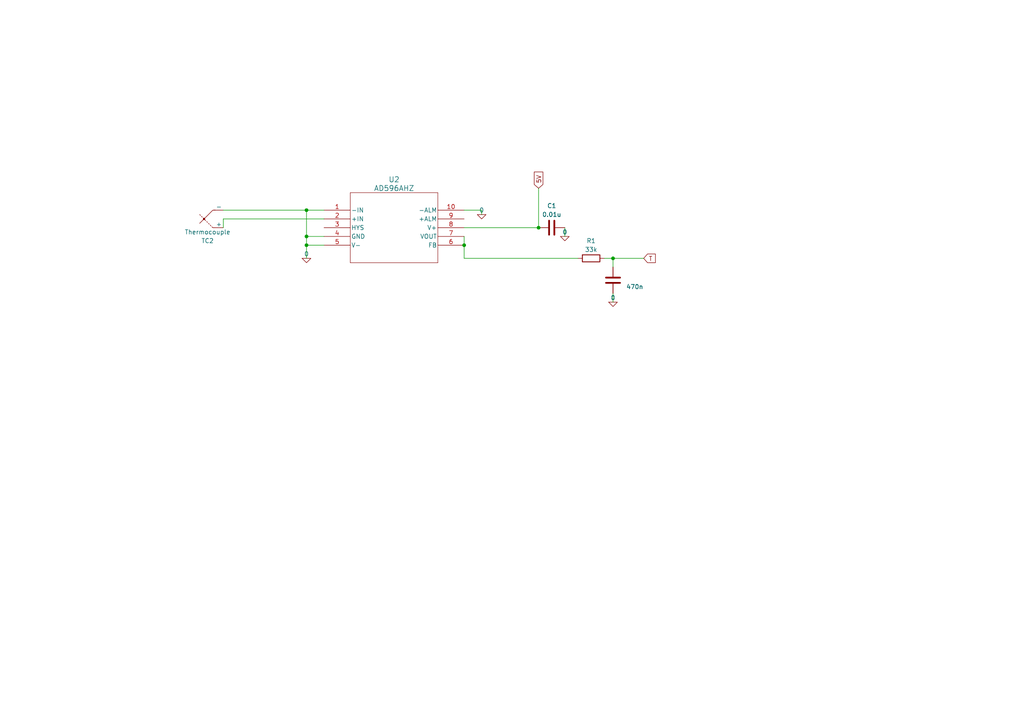
<source format=kicad_sch>
(kicad_sch (version 20230121) (generator eeschema)
  (paper "A4")
  (lib_symbols
    (symbol "2023-10-09_16-39-24:AD596AHZ" (pin_names (offset 0.254))
      (property "Reference" "U" (at 20.32 10.16 0))
      (property "Value" "AD596AHZ" (at 20.32 7.62 0))
      (symbol "AD596AHZ_0_1"
        (polyline (pts (xy 7.62 -15.24) (xy 33.02 -15.24)) (stroke (width 0.127)))
        (polyline (pts (xy 7.62 5.08) (xy 7.62 -15.24)) (stroke (width 0.127)))
        (polyline (pts (xy 33.02 -15.24) (xy 33.02 5.08)) (stroke (width 0.127)))
        (polyline (pts (xy 33.02 5.08) (xy 7.62 5.08)) (stroke (width 0.127)))
        (pin unspecified line (at 0 0 0) (length 7.62) (name "-IN") (number "1"))
        (pin unspecified line (at 40.64 0 180) (length 7.62) (name "-ALM") (number "10"))
        (pin unspecified line (at 0 -2.54 0) (length 7.62) (name "+IN") (number "2"))
        (pin unspecified line (at 0 -5.08 0) (length 7.62) (name "HYS") (number "3"))
        (pin unspecified line (at 0 -7.62 0) (length 7.62) (name "GND") (number "4"))
        (pin power_in line (at 0 -10.16 0) (length 7.62) (name "V-") (number "5"))
        (pin unspecified line (at 40.64 -10.16 180) (length 7.62) (name "FB") (number "6"))
        (pin unspecified line (at 40.64 -7.62 180) (length 7.62) (name "VOUT") (number "7"))
        (pin power_in line (at 40.64 -5.08 180) (length 7.62) (name "V+") (number "8"))
        (pin unspecified line (at 40.64 -2.54 180) (length 7.62) (name "+ALM") (number "9"))
      )
    )
    (symbol "Device:C" (pin_numbers hide) (pin_names (offset 0.254))
      (property "Reference" "C" (at 0.635 2.54 0))
      (property "Value" "C" (at 0.635 -2.54 0))
      (symbol "C_0_1"
        (polyline (pts (xy -2.032 -0.762) (xy 2.032 -0.762)) (stroke (width 0.508)))
        (polyline (pts (xy -2.032 0.762) (xy 2.032 0.762)) (stroke (width 0.508)))
      )
      (symbol "C_1_1"
        (pin passive line (at 0 3.81 270) (length 2.794) (name "~") (number "1"))
        (pin passive line (at 0 -3.81 90) (length 2.794) (name "~") (number "2"))
      )
    )
    (symbol "Device:R" (pin_numbers hide) (pin_names (offset 0))
      (property "Reference" "R" (at 2.032 0 90))
      (property "Value" "R" (at 0 0 90))
      (symbol "R_0_1"
        (rectangle (start -1.016 -2.54) (end 1.016 2.54) (stroke (width 0.254)))
      )
      (symbol "R_1_1"
        (pin passive line (at 0 3.81 270) (length 1.27) (name "~") (number "1"))
        (pin passive line (at 0 -3.81 90) (length 1.27) (name "~") (number "2"))
      )
    )
    (symbol "Device:Thermocouple" (pin_numbers hide) (pin_names (offset 0))
      (property "Reference" "TC" (at -3.048 3.81 0))
      (property "Value" "Thermocouple" (at -5.08 -4.064 0))
      (symbol "Thermocouple_0_1"
        (circle (center -3.048 0) (radius 0.254) (fill (type outline)))
        (polyline (pts (xy -4.064 -1.016) (xy -4.318 -1.27)))
        (polyline (pts (xy -3.556 -0.508) (xy -3.81 -0.762)))
        (polyline (pts (xy -3.048 0) (xy -3.302 -0.254)))
        (polyline (pts (xy -2.54 0.508) (xy -2.794 0.254)))
        (polyline (pts (xy -2.032 1.016) (xy -2.286 0.762)))
        (polyline (pts (xy -1.524 1.524) (xy -1.778 1.27)))
        (polyline (pts (xy -1.016 2.032) (xy -1.27 1.778)))
        (polyline (pts (xy -0.508 2.54) (xy -0.762 2.286)))
        (polyline (pts (xy 0 -2.54) (xy -0.254 -2.54)))
        (polyline (pts (xy 0 2.54) (xy -0.508 2.54)))
        (polyline (pts (xy 0.254 -2.54) (xy -0.508 -2.54) (xy -4.318 1.27)))
      )
      (symbol "Thermocouple_1_1"
        (pin passive line (at 2.54 2.54 180) (length 2.54) (name "+") (number "1"))
        (pin passive line (at 2.54 -2.54 180) (length 2.54) (name "-") (number "2"))
      )
    )
    (symbol "Simulation_SPICE:0" (power) (pin_names (offset 0))
      (property "Value" "0" (at 0 -1.778 0))
      (symbol "0_0_1"
        (polyline (pts (xy -1.27 0) (xy 0 -1.27) (xy 1.27 0) (xy -1.27 0)))
      )
      (symbol "0_1_1"
        (pin power_in line (at 0 0 0) (length 0) hide (name "0") (number "1"))
      )
    )
  )
  (junction (at 177.8 74.93))
  (junction (at 134.62 71.12))
  (junction (at 88.9 68.58))
  (junction (at 88.9 71.12))
  (junction (at 156.21 66.04))
  (junction (at 88.9 60.96))
  (wire (pts (xy 93.98 68.58) (xy 88.9 68.58)))
  (wire (pts (xy 88.9 71.12) (xy 88.9 74.93)))
  (wire (pts (xy 163.83 66.04) (xy 163.83 68.58)))
  (wire (pts (xy 134.62 60.96) (xy 139.7 60.96)))
  (wire (pts (xy 167.64 74.93) (xy 134.62 74.93)))
  (wire (pts (xy 93.98 63.5) (xy 64.77 63.5)))
  (wire (pts (xy 177.8 74.93) (xy 186.69 74.93)))
  (wire (pts (xy 175.26 74.93) (xy 177.8 74.93)))
  (wire (pts (xy 93.98 71.12) (xy 88.9 71.12)))
  (wire (pts (xy 177.8 74.93) (xy 177.8 77.47)))
  (wire (pts (xy 88.9 71.12) (xy 88.9 68.58)))
  (wire (pts (xy 156.21 66.04) (xy 156.21 54.61)))
  (wire (pts (xy 64.77 63.5) (xy 64.77 66.04)))
  (wire (pts (xy 134.62 74.93) (xy 134.62 71.12)))
  (wire (pts (xy 88.9 60.96) (xy 93.98 60.96)))
  (wire (pts (xy 88.9 68.58) (xy 88.9 60.96)))
  (wire (pts (xy 64.77 60.96) (xy 88.9 60.96)))
  (wire (pts (xy 177.8 85.09) (xy 177.8 87.63)))
  (wire (pts (xy 139.7 60.96) (xy 139.7 62.23)))
  (wire (pts (xy 134.62 66.04) (xy 156.21 66.04)))
  (wire (pts (xy 134.62 68.58) (xy 134.62 71.12)))
  (global_label "T" (shape input) (at 186.69 74.93 0) (property "Intersheetrefs" "${INTERSHEET_REFS}" (effects hide)))
  (global_label "5V" (shape input) (at 156.21 54.61 90) (property "Intersheetrefs" "${INTERSHEET_REFS}" (effects hide)))
  (symbol (lib_id "Device:R") (at 171.45 74.93 90) (unit 1)
    (property "Reference" "R1" (at 171.45 69.85 90))
    (property "Value" "33k" (at 171.45 72.39 90))
    (property "Footprint" "Resistor_THT:R_Axial_DIN0207_L6.3mm_D2.5mm_P10.16mm_Horizontal" (effects hide))
  )
  (symbol (lib_id "Device:C") (at 160.02 66.04 90) (unit 1)
    (property "Reference" "C1" (at 160.02 59.69 90))
    (property "Value" "0.01u" (at 160.02 62.23 90))
    (property "Footprint" "Capacitor_THT:CP_Radial_D8.0mm_P3.50mm" (effects hide))
  )
  (symbol (lib_id "Device:Thermocouple") (at 62.23 63.5 0) (mirror x) (unit 1)
    (property "Reference" "TC2" (at 60.198 69.85 0))
    (property "Value" "Thermocouple" (at 60.198 67.31 0))
    (property "Footprint" "TerminalBlock:TerminalBlock_bornier-2_P5.08mm" (effects hide))
    (instances (project "horno" (path "" (reference "TC2") (unit 1)) (path "" (reference "TC1") (unit 1))))
  )
  (symbol (lib_id "Simulation_SPICE:0") (at 163.83 68.58 0) (unit 1)
    (property "Reference" "#GND03" (effects hide))
    (property "Value" "0" (at 163.83 67.31 0))
  )
  (symbol (lib_id "Simulation_SPICE:0") (at 88.9 74.93 0) (unit 1)
    (property "Reference" "#GND05" (effects hide))
    (property "Value" "0" (at 88.9 73.66 0))
    (instances (project "horno" (path "" (reference "#GND05") (unit 1)) (path "" (reference "#GND01") (unit 1))))
  )
  (symbol (lib_id "2023-10-09_16-39-24:AD596AHZ") (at 93.98 60.96 0) (unit 1)
    (property "Reference" "U2" (at 114.3 52.07 0) (effects (font (size 1.524 1.524))))
    (property "Value" "AD596AHZ" (at 114.3 54.61 0) (effects (font (size 1.524 1.524))))
    (property "Footprint" "ad596:ad596" (effects hide))
    (property "Datasheet" "AD596AHZ" (effects hide))
    (instances (project "horno" (path "" (reference "U2") (unit 1)) (path "" (reference "U1") (unit 1))))
  )
  (symbol (lib_id "Device:C") (at 177.8 81.28 0) (unit 1)
    (property "Reference" "C2" (effects hide))
    (property "Value" "470n" (at 181.61 83.185 0) (effects (justify left)))
    (property "Footprint" "Capacitor_THT:CP_Radial_D8.0mm_P3.50mm" (effects hide))
  )
  (symbol (lib_id "Simulation_SPICE:0") (at 139.7 62.23 0) (unit 1)
    (property "Reference" "#GND06" (effects hide))
    (property "Value" "0" (at 139.7 60.96 0))
    (instances (project "horno" (path "" (reference "#GND06") (unit 1)) (path "" (reference "#GND02") (unit 1))))
  )
  (symbol (lib_id "Simulation_SPICE:0") (at 177.8 87.63 0) (unit 1)
    (property "Reference" "#GND01" (effects hide))
    (property "Value" "0" (at 177.8 86.36 0))
    (instances (project "horno" (path "" (reference "#GND01") (unit 1)) (path "" (reference "#GND04") (unit 1))))
  )
)
</source>
